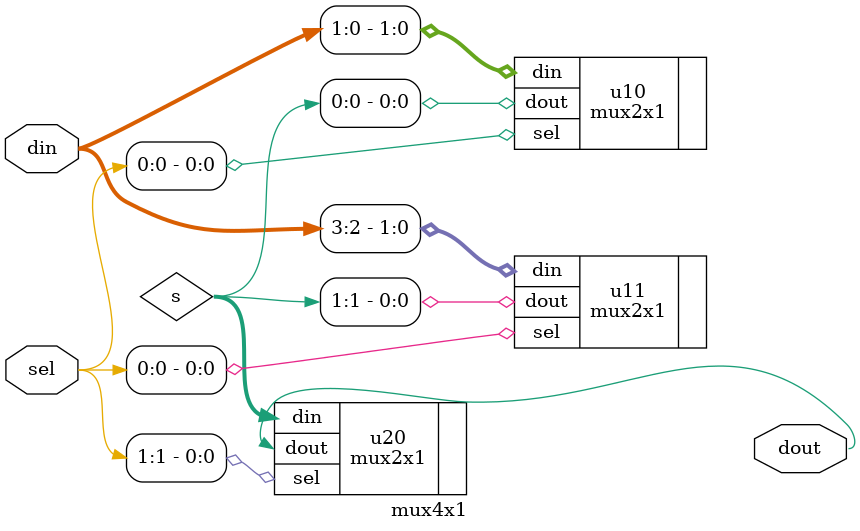
<source format=v>
`include "mux2x1.v"
module mux4x1(output dout, input [1:0] sel, input [3:0] din);

    wire [1:0] s;

    mux2x1 u10(.dout(s[0]), .sel(sel[0]), .din(din[1:0]));
    mux2x1 u11(.dout(s[1]), .sel(sel[0]), .din(din[3:2]));

    mux2x1 u20(.dout(dout), .sel(sel[1]), .din(s));

endmodule
</source>
